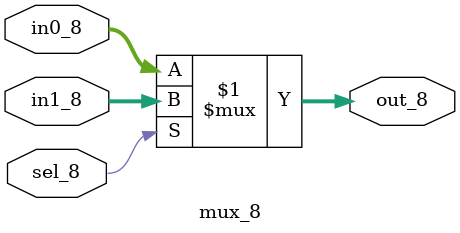
<source format=v>
module mux_8(input [7:0]in0_8,in1_8,input sel_8,output [7:0]out_8);
assign out_8=(sel_8)? in1_8:in0_8;
endmodule


</source>
